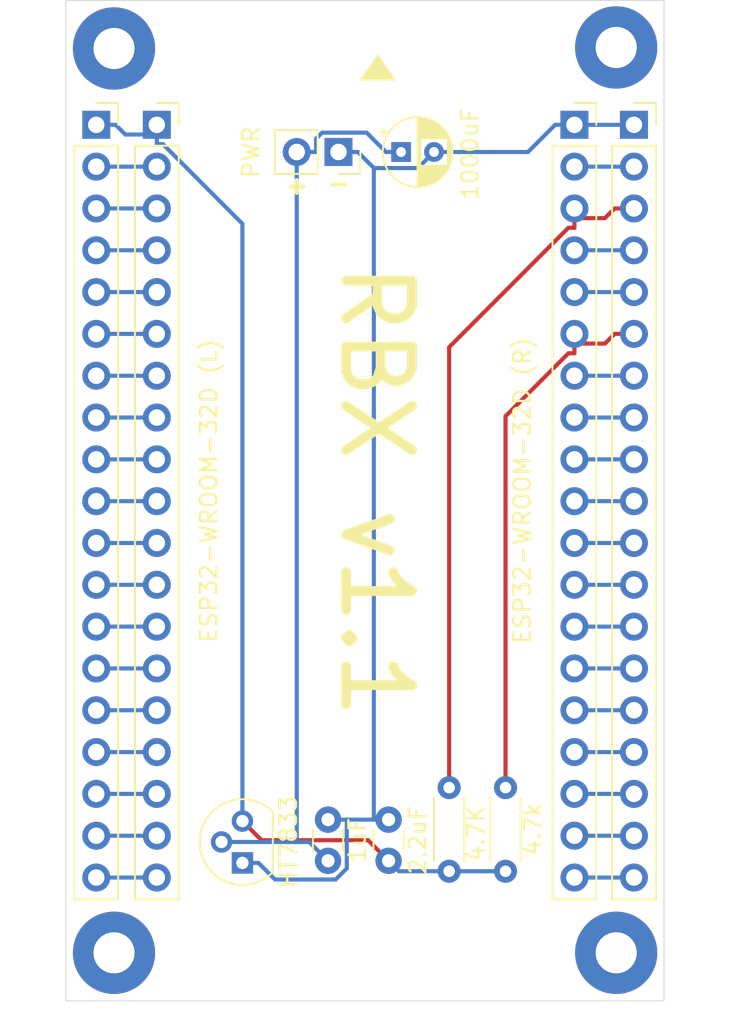
<source format=kicad_pcb>
(kicad_pcb (version 20171130) (host pcbnew "(5.1.6)-1")

  (general
    (thickness 1.6)
    (drawings 8)
    (tracks 93)
    (zones 0)
    (modules 15)
    (nets 40)
  )

  (page A4)
  (layers
    (0 F.Cu signal)
    (31 B.Cu signal)
    (32 B.Adhes user)
    (33 F.Adhes user)
    (34 B.Paste user)
    (35 F.Paste user)
    (36 B.SilkS user)
    (37 F.SilkS user)
    (38 B.Mask user)
    (39 F.Mask user)
    (40 Dwgs.User user)
    (41 Cmts.User user)
    (42 Eco1.User user)
    (43 Eco2.User user)
    (44 Edge.Cuts user)
    (45 Margin user)
    (46 B.CrtYd user)
    (47 F.CrtYd user)
    (48 B.Fab user)
    (49 F.Fab user)
  )

  (setup
    (last_trace_width 0.25)
    (trace_clearance 0.2)
    (zone_clearance 0.508)
    (zone_45_only no)
    (trace_min 0.2)
    (via_size 0.8)
    (via_drill 0.4)
    (via_min_size 0.4)
    (via_min_drill 0.3)
    (uvia_size 0.3)
    (uvia_drill 0.1)
    (uvias_allowed no)
    (uvia_min_size 0.2)
    (uvia_min_drill 0.1)
    (edge_width 0.05)
    (segment_width 0.2)
    (pcb_text_width 0.3)
    (pcb_text_size 1.5 1.5)
    (mod_edge_width 0.12)
    (mod_text_size 1 1)
    (mod_text_width 0.15)
    (pad_size 1.7 1.95)
    (pad_drill 0.95)
    (pad_to_mask_clearance 0.051)
    (solder_mask_min_width 0.25)
    (aux_axis_origin 0 0)
    (visible_elements 7FFBFFFF)
    (pcbplotparams
      (layerselection 0x010f0_ffffffff)
      (usegerberextensions true)
      (usegerberattributes false)
      (usegerberadvancedattributes false)
      (creategerberjobfile false)
      (excludeedgelayer true)
      (linewidth 0.100000)
      (plotframeref false)
      (viasonmask false)
      (mode 1)
      (useauxorigin false)
      (hpglpennumber 1)
      (hpglpenspeed 20)
      (hpglpendiameter 15.000000)
      (psnegative false)
      (psa4output false)
      (plotreference true)
      (plotvalue true)
      (plotinvisibletext false)
      (padsonsilk false)
      (subtractmaskfromsilk false)
      (outputformat 1)
      (mirror false)
      (drillshape 0)
      (scaleselection 1)
      (outputdirectory "gerbers/"))
  )

  (net 0 "")
  (net 1 "Net-(C1-Pad1)")
  (net 2 /GND)
  (net 3 "Net-(C2-Pad1)")
  (net 4 "Net-(J1-Pad19)")
  (net 5 "Net-(J1-Pad18)")
  (net 6 "Net-(J1-Pad17)")
  (net 7 "Net-(J1-Pad16)")
  (net 8 "Net-(J1-Pad15)")
  (net 9 "Net-(J1-Pad14)")
  (net 10 "Net-(J1-Pad13)")
  (net 11 "Net-(J1-Pad12)")
  (net 12 "Net-(J1-Pad11)")
  (net 13 "Net-(J1-Pad10)")
  (net 14 "Net-(J1-Pad9)")
  (net 15 "Net-(J1-Pad8)")
  (net 16 "Net-(J1-Pad7)")
  (net 17 "Net-(J1-Pad6)")
  (net 18 "Net-(J1-Pad5)")
  (net 19 "Net-(J1-Pad4)")
  (net 20 "Net-(J1-Pad3)")
  (net 21 "Net-(J1-Pad2)")
  (net 22 "Net-(J2-Pad19)")
  (net 23 "Net-(J2-Pad18)")
  (net 24 "Net-(J2-Pad17)")
  (net 25 "Net-(J2-Pad16)")
  (net 26 "Net-(J2-Pad15)")
  (net 27 "Net-(J2-Pad14)")
  (net 28 "Net-(J2-Pad13)")
  (net 29 "Net-(J2-Pad12)")
  (net 30 "Net-(J2-Pad11)")
  (net 31 "Net-(J2-Pad10)")
  (net 32 "Net-(J2-Pad9)")
  (net 33 "Net-(J2-Pad8)")
  (net 34 "Net-(J2-Pad7)")
  (net 35 "Net-(J2-Pad6)")
  (net 36 "Net-(J2-Pad5)")
  (net 37 "Net-(J2-Pad4)")
  (net 38 "Net-(J2-Pad3)")
  (net 39 "Net-(J2-Pad2)")

  (net_class Default "This is the default net class."
    (clearance 0.2)
    (trace_width 0.25)
    (via_dia 0.8)
    (via_drill 0.4)
    (uvia_dia 0.3)
    (uvia_drill 0.1)
    (add_net /GND)
    (add_net "Net-(C1-Pad1)")
    (add_net "Net-(C2-Pad1)")
    (add_net "Net-(J1-Pad10)")
    (add_net "Net-(J1-Pad11)")
    (add_net "Net-(J1-Pad12)")
    (add_net "Net-(J1-Pad13)")
    (add_net "Net-(J1-Pad14)")
    (add_net "Net-(J1-Pad15)")
    (add_net "Net-(J1-Pad16)")
    (add_net "Net-(J1-Pad17)")
    (add_net "Net-(J1-Pad18)")
    (add_net "Net-(J1-Pad19)")
    (add_net "Net-(J1-Pad2)")
    (add_net "Net-(J1-Pad3)")
    (add_net "Net-(J1-Pad4)")
    (add_net "Net-(J1-Pad5)")
    (add_net "Net-(J1-Pad6)")
    (add_net "Net-(J1-Pad7)")
    (add_net "Net-(J1-Pad8)")
    (add_net "Net-(J1-Pad9)")
    (add_net "Net-(J2-Pad10)")
    (add_net "Net-(J2-Pad11)")
    (add_net "Net-(J2-Pad12)")
    (add_net "Net-(J2-Pad13)")
    (add_net "Net-(J2-Pad14)")
    (add_net "Net-(J2-Pad15)")
    (add_net "Net-(J2-Pad16)")
    (add_net "Net-(J2-Pad17)")
    (add_net "Net-(J2-Pad18)")
    (add_net "Net-(J2-Pad19)")
    (add_net "Net-(J2-Pad2)")
    (add_net "Net-(J2-Pad3)")
    (add_net "Net-(J2-Pad4)")
    (add_net "Net-(J2-Pad5)")
    (add_net "Net-(J2-Pad6)")
    (add_net "Net-(J2-Pad7)")
    (add_net "Net-(J2-Pad8)")
    (add_net "Net-(J2-Pad9)")
  )

  (module Connector_PinSocket_2.54mm:PinSocket_1x19_P2.54mm_Vertical (layer F.Cu) (tedit 5A19A430) (tstamp 5F38AFFD)
    (at 105.474 80.518)
    (descr "Through hole straight socket strip, 1x19, 2.54mm pitch, single row (from Kicad 4.0.7), script generated")
    (tags "Through hole socket strip THT 1x19 2.54mm single row")
    (path /5F3A4DFD)
    (fp_text reference J5 (at 0 -2.77) (layer F.SilkS) hide
      (effects (font (size 1 1) (thickness 0.15)))
    )
    (fp_text value "(R)" (at 0 48.49) (layer F.Fab)
      (effects (font (size 1 1) (thickness 0.15)))
    )
    (fp_line (start -1.8 47.5) (end -1.8 -1.8) (layer F.CrtYd) (width 0.05))
    (fp_line (start 1.75 47.5) (end -1.8 47.5) (layer F.CrtYd) (width 0.05))
    (fp_line (start 1.75 -1.8) (end 1.75 47.5) (layer F.CrtYd) (width 0.05))
    (fp_line (start -1.8 -1.8) (end 1.75 -1.8) (layer F.CrtYd) (width 0.05))
    (fp_line (start 0 -1.33) (end 1.33 -1.33) (layer F.SilkS) (width 0.12))
    (fp_line (start 1.33 -1.33) (end 1.33 0) (layer F.SilkS) (width 0.12))
    (fp_line (start 1.33 1.27) (end 1.33 47.05) (layer F.SilkS) (width 0.12))
    (fp_line (start -1.33 47.05) (end 1.33 47.05) (layer F.SilkS) (width 0.12))
    (fp_line (start -1.33 1.27) (end -1.33 47.05) (layer F.SilkS) (width 0.12))
    (fp_line (start -1.33 1.27) (end 1.33 1.27) (layer F.SilkS) (width 0.12))
    (fp_line (start -1.27 46.99) (end -1.27 -1.27) (layer F.Fab) (width 0.1))
    (fp_line (start 1.27 46.99) (end -1.27 46.99) (layer F.Fab) (width 0.1))
    (fp_line (start 1.27 -0.635) (end 1.27 46.99) (layer F.Fab) (width 0.1))
    (fp_line (start 0.635 -1.27) (end 1.27 -0.635) (layer F.Fab) (width 0.1))
    (fp_line (start -1.27 -1.27) (end 0.635 -1.27) (layer F.Fab) (width 0.1))
    (fp_text user %R (at 0 22.86 90) (layer F.Fab)
      (effects (font (size 1 1) (thickness 0.15)))
    )
    (pad 19 thru_hole oval (at 0 45.72) (size 1.7 1.7) (drill 1) (layers *.Cu *.Mask)
      (net 22 "Net-(J2-Pad19)"))
    (pad 18 thru_hole oval (at 0 43.18) (size 1.7 1.7) (drill 1) (layers *.Cu *.Mask)
      (net 23 "Net-(J2-Pad18)"))
    (pad 17 thru_hole oval (at 0 40.64) (size 1.7 1.7) (drill 1) (layers *.Cu *.Mask)
      (net 24 "Net-(J2-Pad17)"))
    (pad 16 thru_hole oval (at 0 38.1) (size 1.7 1.7) (drill 1) (layers *.Cu *.Mask)
      (net 25 "Net-(J2-Pad16)"))
    (pad 15 thru_hole oval (at 0 35.56) (size 1.7 1.7) (drill 1) (layers *.Cu *.Mask)
      (net 26 "Net-(J2-Pad15)"))
    (pad 14 thru_hole oval (at 0 33.02) (size 1.7 1.7) (drill 1) (layers *.Cu *.Mask)
      (net 27 "Net-(J2-Pad14)"))
    (pad 13 thru_hole oval (at 0 30.48) (size 1.7 1.7) (drill 1) (layers *.Cu *.Mask)
      (net 28 "Net-(J2-Pad13)"))
    (pad 12 thru_hole oval (at 0 27.94) (size 1.7 1.7) (drill 1) (layers *.Cu *.Mask)
      (net 29 "Net-(J2-Pad12)"))
    (pad 11 thru_hole oval (at 0 25.4) (size 1.7 1.7) (drill 1) (layers *.Cu *.Mask)
      (net 30 "Net-(J2-Pad11)"))
    (pad 10 thru_hole oval (at 0 22.86) (size 1.7 1.7) (drill 1) (layers *.Cu *.Mask)
      (net 31 "Net-(J2-Pad10)"))
    (pad 9 thru_hole oval (at 0 20.32) (size 1.7 1.7) (drill 1) (layers *.Cu *.Mask)
      (net 32 "Net-(J2-Pad9)"))
    (pad 8 thru_hole oval (at 0 17.78) (size 1.7 1.7) (drill 1) (layers *.Cu *.Mask)
      (net 33 "Net-(J2-Pad8)"))
    (pad 7 thru_hole oval (at 0 15.24) (size 1.7 1.7) (drill 1) (layers *.Cu *.Mask)
      (net 34 "Net-(J2-Pad7)"))
    (pad 6 thru_hole oval (at 0 12.7) (size 1.7 1.7) (drill 1) (layers *.Cu *.Mask)
      (net 35 "Net-(J2-Pad6)"))
    (pad 5 thru_hole oval (at 0 10.16) (size 1.7 1.7) (drill 1) (layers *.Cu *.Mask)
      (net 36 "Net-(J2-Pad5)"))
    (pad 4 thru_hole oval (at 0 7.62) (size 1.7 1.7) (drill 1) (layers *.Cu *.Mask)
      (net 37 "Net-(J2-Pad4)"))
    (pad 3 thru_hole oval (at 0 5.08) (size 1.7 1.7) (drill 1) (layers *.Cu *.Mask)
      (net 38 "Net-(J2-Pad3)"))
    (pad 2 thru_hole oval (at 0 2.54) (size 1.7 1.7) (drill 1) (layers *.Cu *.Mask)
      (net 39 "Net-(J2-Pad2)"))
    (pad 1 thru_hole rect (at 0 0) (size 1.7 1.7) (drill 1) (layers *.Cu *.Mask)
      (net 2 /GND))
    (model ${KISYS3DMOD}/Connector_PinSocket_2.54mm.3dshapes/PinSocket_1x19_P2.54mm_Vertical.wrl
      (at (xyz 0 0 0))
      (scale (xyz 1 1 1))
      (rotate (xyz 0 0 0))
    )
  )

  (module Connector_PinSocket_2.54mm:PinSocket_1x19_P2.54mm_Vertical (layer F.Cu) (tedit 5A19A430) (tstamp 5F38AFD6)
    (at 72.771 80.518)
    (descr "Through hole straight socket strip, 1x19, 2.54mm pitch, single row (from Kicad 4.0.7), script generated")
    (tags "Through hole socket strip THT 1x19 2.54mm single row")
    (path /5F38A913)
    (fp_text reference J4 (at 0 -2.77) (layer F.SilkS) hide
      (effects (font (size 1 1) (thickness 0.15)))
    )
    (fp_text value "(L)" (at 0 48.49) (layer F.Fab)
      (effects (font (size 1 1) (thickness 0.15)))
    )
    (fp_line (start -1.8 47.5) (end -1.8 -1.8) (layer F.CrtYd) (width 0.05))
    (fp_line (start 1.75 47.5) (end -1.8 47.5) (layer F.CrtYd) (width 0.05))
    (fp_line (start 1.75 -1.8) (end 1.75 47.5) (layer F.CrtYd) (width 0.05))
    (fp_line (start -1.8 -1.8) (end 1.75 -1.8) (layer F.CrtYd) (width 0.05))
    (fp_line (start 0 -1.33) (end 1.33 -1.33) (layer F.SilkS) (width 0.12))
    (fp_line (start 1.33 -1.33) (end 1.33 0) (layer F.SilkS) (width 0.12))
    (fp_line (start 1.33 1.27) (end 1.33 47.05) (layer F.SilkS) (width 0.12))
    (fp_line (start -1.33 47.05) (end 1.33 47.05) (layer F.SilkS) (width 0.12))
    (fp_line (start -1.33 1.27) (end -1.33 47.05) (layer F.SilkS) (width 0.12))
    (fp_line (start -1.33 1.27) (end 1.33 1.27) (layer F.SilkS) (width 0.12))
    (fp_line (start -1.27 46.99) (end -1.27 -1.27) (layer F.Fab) (width 0.1))
    (fp_line (start 1.27 46.99) (end -1.27 46.99) (layer F.Fab) (width 0.1))
    (fp_line (start 1.27 -0.635) (end 1.27 46.99) (layer F.Fab) (width 0.1))
    (fp_line (start 0.635 -1.27) (end 1.27 -0.635) (layer F.Fab) (width 0.1))
    (fp_line (start -1.27 -1.27) (end 0.635 -1.27) (layer F.Fab) (width 0.1))
    (fp_text user %R (at 0 22.86 90) (layer F.Fab)
      (effects (font (size 1 1) (thickness 0.15)))
    )
    (pad 19 thru_hole oval (at 0 45.72) (size 1.7 1.7) (drill 1) (layers *.Cu *.Mask)
      (net 4 "Net-(J1-Pad19)"))
    (pad 18 thru_hole oval (at 0 43.18) (size 1.7 1.7) (drill 1) (layers *.Cu *.Mask)
      (net 5 "Net-(J1-Pad18)"))
    (pad 17 thru_hole oval (at 0 40.64) (size 1.7 1.7) (drill 1) (layers *.Cu *.Mask)
      (net 6 "Net-(J1-Pad17)"))
    (pad 16 thru_hole oval (at 0 38.1) (size 1.7 1.7) (drill 1) (layers *.Cu *.Mask)
      (net 7 "Net-(J1-Pad16)"))
    (pad 15 thru_hole oval (at 0 35.56) (size 1.7 1.7) (drill 1) (layers *.Cu *.Mask)
      (net 8 "Net-(J1-Pad15)"))
    (pad 14 thru_hole oval (at 0 33.02) (size 1.7 1.7) (drill 1) (layers *.Cu *.Mask)
      (net 9 "Net-(J1-Pad14)"))
    (pad 13 thru_hole oval (at 0 30.48) (size 1.7 1.7) (drill 1) (layers *.Cu *.Mask)
      (net 10 "Net-(J1-Pad13)"))
    (pad 12 thru_hole oval (at 0 27.94) (size 1.7 1.7) (drill 1) (layers *.Cu *.Mask)
      (net 11 "Net-(J1-Pad12)"))
    (pad 11 thru_hole oval (at 0 25.4) (size 1.7 1.7) (drill 1) (layers *.Cu *.Mask)
      (net 12 "Net-(J1-Pad11)"))
    (pad 10 thru_hole oval (at 0 22.86) (size 1.7 1.7) (drill 1) (layers *.Cu *.Mask)
      (net 13 "Net-(J1-Pad10)"))
    (pad 9 thru_hole oval (at 0 20.32) (size 1.7 1.7) (drill 1) (layers *.Cu *.Mask)
      (net 14 "Net-(J1-Pad9)"))
    (pad 8 thru_hole oval (at 0 17.78) (size 1.7 1.7) (drill 1) (layers *.Cu *.Mask)
      (net 15 "Net-(J1-Pad8)"))
    (pad 7 thru_hole oval (at 0 15.24) (size 1.7 1.7) (drill 1) (layers *.Cu *.Mask)
      (net 16 "Net-(J1-Pad7)"))
    (pad 6 thru_hole oval (at 0 12.7) (size 1.7 1.7) (drill 1) (layers *.Cu *.Mask)
      (net 17 "Net-(J1-Pad6)"))
    (pad 5 thru_hole oval (at 0 10.16) (size 1.7 1.7) (drill 1) (layers *.Cu *.Mask)
      (net 18 "Net-(J1-Pad5)"))
    (pad 4 thru_hole oval (at 0 7.62) (size 1.7 1.7) (drill 1) (layers *.Cu *.Mask)
      (net 19 "Net-(J1-Pad4)"))
    (pad 3 thru_hole oval (at 0 5.08) (size 1.7 1.7) (drill 1) (layers *.Cu *.Mask)
      (net 20 "Net-(J1-Pad3)"))
    (pad 2 thru_hole oval (at 0 2.54) (size 1.7 1.7) (drill 1) (layers *.Cu *.Mask)
      (net 21 "Net-(J1-Pad2)"))
    (pad 1 thru_hole rect (at 0 0) (size 1.7 1.7) (drill 1) (layers *.Cu *.Mask)
      (net 3 "Net-(C2-Pad1)"))
    (model ${KISYS3DMOD}/Connector_PinSocket_2.54mm.3dshapes/PinSocket_1x19_P2.54mm_Vertical.wrl
      (at (xyz 0 0 0))
      (scale (xyz 1 1 1))
      (rotate (xyz 0 0 0))
    )
  )

  (module Connector_PinSocket_2.54mm:PinSocket_1x02_P2.54mm_Vertical (layer F.Cu) (tedit 5A19A420) (tstamp 5F3924F1)
    (at 87.503 82.169 270)
    (descr "Through hole straight socket strip, 1x02, 2.54mm pitch, single row (from Kicad 4.0.7), script generated")
    (tags "Through hole socket strip THT 1x02 2.54mm single row")
    (path /5E406BB2)
    (fp_text reference J3 (at 0 -2.77 90) (layer F.SilkS) hide
      (effects (font (size 1 1) (thickness 0.15)))
    )
    (fp_text value PWR (at 0 5.31 90) (layer F.SilkS)
      (effects (font (size 1 1) (thickness 0.15)))
    )
    (fp_line (start -1.27 -1.27) (end 0.635 -1.27) (layer F.Fab) (width 0.1))
    (fp_line (start 0.635 -1.27) (end 1.27 -0.635) (layer F.Fab) (width 0.1))
    (fp_line (start 1.27 -0.635) (end 1.27 3.81) (layer F.Fab) (width 0.1))
    (fp_line (start 1.27 3.81) (end -1.27 3.81) (layer F.Fab) (width 0.1))
    (fp_line (start -1.27 3.81) (end -1.27 -1.27) (layer F.Fab) (width 0.1))
    (fp_line (start -1.33 1.27) (end 1.33 1.27) (layer F.SilkS) (width 0.12))
    (fp_line (start -1.33 1.27) (end -1.33 3.87) (layer F.SilkS) (width 0.12))
    (fp_line (start -1.33 3.87) (end 1.33 3.87) (layer F.SilkS) (width 0.12))
    (fp_line (start 1.33 1.27) (end 1.33 3.87) (layer F.SilkS) (width 0.12))
    (fp_line (start 1.33 -1.33) (end 1.33 0) (layer F.SilkS) (width 0.12))
    (fp_line (start 0 -1.33) (end 1.33 -1.33) (layer F.SilkS) (width 0.12))
    (fp_line (start -1.8 -1.8) (end 1.75 -1.8) (layer F.CrtYd) (width 0.05))
    (fp_line (start 1.75 -1.8) (end 1.75 4.3) (layer F.CrtYd) (width 0.05))
    (fp_line (start 1.75 4.3) (end -1.8 4.3) (layer F.CrtYd) (width 0.05))
    (fp_line (start -1.8 4.3) (end -1.8 -1.8) (layer F.CrtYd) (width 0.05))
    (fp_text user %R (at 0 1.27) (layer F.Fab)
      (effects (font (size 1 1) (thickness 0.15)))
    )
    (pad 2 thru_hole oval (at 0 2.54 270) (size 1.7 1.7) (drill 1) (layers *.Cu *.Mask)
      (net 1 "Net-(C1-Pad1)"))
    (pad 1 thru_hole rect (at 0 0 270) (size 1.7 1.7) (drill 1) (layers *.Cu *.Mask)
      (net 2 /GND))
    (model ${KISYS3DMOD}/Connector_PinSocket_2.54mm.3dshapes/PinSocket_1x02_P2.54mm_Vertical.wrl
      (at (xyz 0 0 0))
      (scale (xyz 1 1 1))
      (rotate (xyz 0 0 0))
    )
  )

  (module Resistor_THT:R_Axial_DIN0204_L3.6mm_D1.6mm_P5.08mm_Horizontal (layer F.Cu) (tedit 5AE5139B) (tstamp 5F390539)
    (at 97.663 125.857 90)
    (descr "Resistor, Axial_DIN0204 series, Axial, Horizontal, pin pitch=5.08mm, 0.167W, length*diameter=3.6*1.6mm^2, http://cdn-reichelt.de/documents/datenblatt/B400/1_4W%23YAG.pdf")
    (tags "Resistor Axial_DIN0204 series Axial Horizontal pin pitch 5.08mm 0.167W length 3.6mm diameter 1.6mm")
    (path /5F398E5A)
    (fp_text reference R2 (at 2.54 -1.92 90) (layer F.SilkS) hide
      (effects (font (size 1 1) (thickness 0.15)))
    )
    (fp_text value 4.7k (at 2.54 1.651 -90) (layer F.SilkS)
      (effects (font (size 1 1) (thickness 0.15)))
    )
    (fp_line (start 0.74 -0.8) (end 0.74 0.8) (layer F.Fab) (width 0.1))
    (fp_line (start 0.74 0.8) (end 4.34 0.8) (layer F.Fab) (width 0.1))
    (fp_line (start 4.34 0.8) (end 4.34 -0.8) (layer F.Fab) (width 0.1))
    (fp_line (start 4.34 -0.8) (end 0.74 -0.8) (layer F.Fab) (width 0.1))
    (fp_line (start 0 0) (end 0.74 0) (layer F.Fab) (width 0.1))
    (fp_line (start 5.08 0) (end 4.34 0) (layer F.Fab) (width 0.1))
    (fp_line (start 0.62 -0.92) (end 4.46 -0.92) (layer F.SilkS) (width 0.12))
    (fp_line (start 0.62 0.92) (end 4.46 0.92) (layer F.SilkS) (width 0.12))
    (fp_line (start -0.95 -1.05) (end -0.95 1.05) (layer F.CrtYd) (width 0.05))
    (fp_line (start -0.95 1.05) (end 6.03 1.05) (layer F.CrtYd) (width 0.05))
    (fp_line (start 6.03 1.05) (end 6.03 -1.05) (layer F.CrtYd) (width 0.05))
    (fp_line (start 6.03 -1.05) (end -0.95 -1.05) (layer F.CrtYd) (width 0.05))
    (fp_text user %R (at 2.54 0 90) (layer F.Fab)
      (effects (font (size 0.72 0.72) (thickness 0.108)))
    )
    (pad 2 thru_hole oval (at 5.08 0 90) (size 1.4 1.4) (drill 0.7) (layers *.Cu *.Mask)
      (net 35 "Net-(J2-Pad6)"))
    (pad 1 thru_hole circle (at 0 0 90) (size 1.4 1.4) (drill 0.7) (layers *.Cu *.Mask)
      (net 3 "Net-(C2-Pad1)"))
    (model ${KISYS3DMOD}/Resistor_THT.3dshapes/R_Axial_DIN0204_L3.6mm_D1.6mm_P5.08mm_Horizontal.wrl
      (at (xyz 0 0 0))
      (scale (xyz 1 1 1))
      (rotate (xyz 0 0 0))
    )
  )

  (module Resistor_THT:R_Axial_DIN0204_L3.6mm_D1.6mm_P5.08mm_Horizontal (layer F.Cu) (tedit 5AE5139B) (tstamp 5F390526)
    (at 94.234 125.857 90)
    (descr "Resistor, Axial_DIN0204 series, Axial, Horizontal, pin pitch=5.08mm, 0.167W, length*diameter=3.6*1.6mm^2, http://cdn-reichelt.de/documents/datenblatt/B400/1_4W%23YAG.pdf")
    (tags "Resistor Axial_DIN0204 series Axial Horizontal pin pitch 5.08mm 0.167W length 3.6mm diameter 1.6mm")
    (path /5F398C05)
    (fp_text reference R1 (at 2.54 -1.92 90) (layer F.SilkS) hide
      (effects (font (size 1 1) (thickness 0.15)))
    )
    (fp_text value 4.7K (at 2.286 1.651 -90) (layer F.SilkS)
      (effects (font (size 1 1) (thickness 0.15)))
    )
    (fp_line (start 0.74 -0.8) (end 0.74 0.8) (layer F.Fab) (width 0.1))
    (fp_line (start 0.74 0.8) (end 4.34 0.8) (layer F.Fab) (width 0.1))
    (fp_line (start 4.34 0.8) (end 4.34 -0.8) (layer F.Fab) (width 0.1))
    (fp_line (start 4.34 -0.8) (end 0.74 -0.8) (layer F.Fab) (width 0.1))
    (fp_line (start 0 0) (end 0.74 0) (layer F.Fab) (width 0.1))
    (fp_line (start 5.08 0) (end 4.34 0) (layer F.Fab) (width 0.1))
    (fp_line (start 0.62 -0.92) (end 4.46 -0.92) (layer F.SilkS) (width 0.12))
    (fp_line (start 0.62 0.92) (end 4.46 0.92) (layer F.SilkS) (width 0.12))
    (fp_line (start -0.95 -1.05) (end -0.95 1.05) (layer F.CrtYd) (width 0.05))
    (fp_line (start -0.95 1.05) (end 6.03 1.05) (layer F.CrtYd) (width 0.05))
    (fp_line (start 6.03 1.05) (end 6.03 -1.05) (layer F.CrtYd) (width 0.05))
    (fp_line (start 6.03 -1.05) (end -0.95 -1.05) (layer F.CrtYd) (width 0.05))
    (fp_text user %R (at 2.54 0 90) (layer F.Fab)
      (effects (font (size 0.72 0.72) (thickness 0.108)))
    )
    (pad 2 thru_hole oval (at 5.08 0 90) (size 1.4 1.4) (drill 0.7) (layers *.Cu *.Mask)
      (net 38 "Net-(J2-Pad3)"))
    (pad 1 thru_hole circle (at 0 0 90) (size 1.4 1.4) (drill 0.7) (layers *.Cu *.Mask)
      (net 3 "Net-(C2-Pad1)"))
    (model ${KISYS3DMOD}/Resistor_THT.3dshapes/R_Axial_DIN0204_L3.6mm_D1.6mm_P5.08mm_Horizontal.wrl
      (at (xyz 0 0 0))
      (scale (xyz 1 1 1))
      (rotate (xyz 0 0 0))
    )
  )

  (module MountingHole:MountingHole_2.5mm_Pad (layer F.Cu) (tedit 56D1B4CB) (tstamp 5F12DE03)
    (at 104.394 130.81)
    (descr "Mounting Hole 2.5mm")
    (tags "mounting hole 2.5mm")
    (path /5F175346)
    (attr virtual)
    (fp_text reference H4 (at 0 -3.5) (layer F.SilkS) hide
      (effects (font (size 1 1) (thickness 0.15)))
    )
    (fp_text value MountingHole_Pad (at 0 3.5) (layer F.Fab)
      (effects (font (size 1 1) (thickness 0.15)))
    )
    (fp_circle (center 0 0) (end 2.5 0) (layer Cmts.User) (width 0.15))
    (fp_circle (center 0 0) (end 2.75 0) (layer F.CrtYd) (width 0.05))
    (fp_text user %R (at 0.3 0) (layer F.Fab)
      (effects (font (size 1 1) (thickness 0.15)))
    )
    (pad 1 thru_hole circle (at 0 0) (size 5 5) (drill 2.5) (layers *.Cu *.Mask))
  )

  (module MountingHole:MountingHole_2.5mm_Pad (layer F.Cu) (tedit 56D1B4CB) (tstamp 5F12DDFB)
    (at 73.8505 130.81)
    (descr "Mounting Hole 2.5mm")
    (tags "mounting hole 2.5mm")
    (path /5F174D6B)
    (attr virtual)
    (fp_text reference H3 (at 0 -3.5) (layer F.SilkS) hide
      (effects (font (size 1 1) (thickness 0.15)))
    )
    (fp_text value MountingHole_Pad (at 0 3.5) (layer F.Fab)
      (effects (font (size 1 1) (thickness 0.15)))
    )
    (fp_circle (center 0 0) (end 2.75 0) (layer F.CrtYd) (width 0.05))
    (fp_circle (center 0 0) (end 2.5 0) (layer Cmts.User) (width 0.15))
    (fp_text user %R (at 0.3 0) (layer F.Fab)
      (effects (font (size 1 1) (thickness 0.15)))
    )
    (pad 1 thru_hole circle (at 0 0) (size 5 5) (drill 2.5) (layers *.Cu *.Mask))
  )

  (module MountingHole:MountingHole_2.5mm_Pad (layer F.Cu) (tedit 56D1B4CB) (tstamp 5F12A4BD)
    (at 104.394 75.819)
    (descr "Mounting Hole 2.5mm")
    (tags "mounting hole 2.5mm")
    (path /5F15A4C5)
    (attr virtual)
    (fp_text reference H2 (at 0 -3.5) (layer F.SilkS) hide
      (effects (font (size 1 1) (thickness 0.15)))
    )
    (fp_text value MountingHole_Pad (at 0 3.5) (layer F.Fab)
      (effects (font (size 1 1) (thickness 0.15)))
    )
    (fp_circle (center 0 0) (end 2.5 0) (layer Cmts.User) (width 0.15))
    (fp_circle (center 0 0) (end 2.75 0) (layer F.CrtYd) (width 0.05))
    (fp_text user %R (at 0.3 0) (layer F.Fab)
      (effects (font (size 1 1) (thickness 0.15)))
    )
    (pad 1 thru_hole circle (at 0 0) (size 5 5) (drill 2.5) (layers *.Cu *.Mask))
  )

  (module MountingHole:MountingHole_2.5mm_Pad (layer F.Cu) (tedit 56D1B4CB) (tstamp 5F12A4B5)
    (at 73.8505 75.8825)
    (descr "Mounting Hole 2.5mm")
    (tags "mounting hole 2.5mm")
    (path /5F15A6A7)
    (attr virtual)
    (fp_text reference H1 (at 0 -3.5) (layer F.SilkS) hide
      (effects (font (size 1 1) (thickness 0.15)))
    )
    (fp_text value MountingHole_Pad (at 0 3.429) (layer F.Fab)
      (effects (font (size 1 1) (thickness 0.15)))
    )
    (fp_circle (center 0 0) (end 2.5 0) (layer Cmts.User) (width 0.15))
    (fp_circle (center 0 0) (end 2.75 0) (layer F.CrtYd) (width 0.05))
    (fp_text user %R (at 0.3 0) (layer F.Fab)
      (effects (font (size 1 1) (thickness 0.15)))
    )
    (pad 1 thru_hole circle (at 0 0) (size 5 5) (drill 2.5) (layers *.Cu *.Mask))
  )

  (module Capacitor_THT:CP_Radial_D4.0mm_P2.00mm (layer F.Cu) (tedit 5AE50EF0) (tstamp 5F12371F)
    (at 91.313 82.169)
    (descr "CP, Radial series, Radial, pin pitch=2.00mm, , diameter=4mm, Electrolytic Capacitor")
    (tags "CP Radial series Radial pin pitch 2.00mm  diameter 4mm Electrolytic Capacitor")
    (path /5F128BCA)
    (fp_text reference C3 (at 1 -3.25) (layer F.SilkS) hide
      (effects (font (size 1 1) (thickness 0.15)))
    )
    (fp_text value 1000uF (at 4.191 0.127 -90) (layer F.SilkS)
      (effects (font (size 1 1) (thickness 0.15)))
    )
    (fp_circle (center 1 0) (end 3 0) (layer F.Fab) (width 0.1))
    (fp_circle (center 1 0) (end 3.12 0) (layer F.SilkS) (width 0.12))
    (fp_circle (center 1 0) (end 3.25 0) (layer F.CrtYd) (width 0.05))
    (fp_line (start -0.702554 -0.8675) (end -0.302554 -0.8675) (layer F.Fab) (width 0.1))
    (fp_line (start -0.502554 -1.0675) (end -0.502554 -0.6675) (layer F.Fab) (width 0.1))
    (fp_line (start 1 -2.08) (end 1 2.08) (layer F.SilkS) (width 0.12))
    (fp_line (start 1.04 -2.08) (end 1.04 2.08) (layer F.SilkS) (width 0.12))
    (fp_line (start 1.08 -2.079) (end 1.08 2.079) (layer F.SilkS) (width 0.12))
    (fp_line (start 1.12 -2.077) (end 1.12 2.077) (layer F.SilkS) (width 0.12))
    (fp_line (start 1.16 -2.074) (end 1.16 2.074) (layer F.SilkS) (width 0.12))
    (fp_line (start 1.2 -2.071) (end 1.2 -0.84) (layer F.SilkS) (width 0.12))
    (fp_line (start 1.2 0.84) (end 1.2 2.071) (layer F.SilkS) (width 0.12))
    (fp_line (start 1.24 -2.067) (end 1.24 -0.84) (layer F.SilkS) (width 0.12))
    (fp_line (start 1.24 0.84) (end 1.24 2.067) (layer F.SilkS) (width 0.12))
    (fp_line (start 1.28 -2.062) (end 1.28 -0.84) (layer F.SilkS) (width 0.12))
    (fp_line (start 1.28 0.84) (end 1.28 2.062) (layer F.SilkS) (width 0.12))
    (fp_line (start 1.32 -2.056) (end 1.32 -0.84) (layer F.SilkS) (width 0.12))
    (fp_line (start 1.32 0.84) (end 1.32 2.056) (layer F.SilkS) (width 0.12))
    (fp_line (start 1.36 -2.05) (end 1.36 -0.84) (layer F.SilkS) (width 0.12))
    (fp_line (start 1.36 0.84) (end 1.36 2.05) (layer F.SilkS) (width 0.12))
    (fp_line (start 1.4 -2.042) (end 1.4 -0.84) (layer F.SilkS) (width 0.12))
    (fp_line (start 1.4 0.84) (end 1.4 2.042) (layer F.SilkS) (width 0.12))
    (fp_line (start 1.44 -2.034) (end 1.44 -0.84) (layer F.SilkS) (width 0.12))
    (fp_line (start 1.44 0.84) (end 1.44 2.034) (layer F.SilkS) (width 0.12))
    (fp_line (start 1.48 -2.025) (end 1.48 -0.84) (layer F.SilkS) (width 0.12))
    (fp_line (start 1.48 0.84) (end 1.48 2.025) (layer F.SilkS) (width 0.12))
    (fp_line (start 1.52 -2.016) (end 1.52 -0.84) (layer F.SilkS) (width 0.12))
    (fp_line (start 1.52 0.84) (end 1.52 2.016) (layer F.SilkS) (width 0.12))
    (fp_line (start 1.56 -2.005) (end 1.56 -0.84) (layer F.SilkS) (width 0.12))
    (fp_line (start 1.56 0.84) (end 1.56 2.005) (layer F.SilkS) (width 0.12))
    (fp_line (start 1.6 -1.994) (end 1.6 -0.84) (layer F.SilkS) (width 0.12))
    (fp_line (start 1.6 0.84) (end 1.6 1.994) (layer F.SilkS) (width 0.12))
    (fp_line (start 1.64 -1.982) (end 1.64 -0.84) (layer F.SilkS) (width 0.12))
    (fp_line (start 1.64 0.84) (end 1.64 1.982) (layer F.SilkS) (width 0.12))
    (fp_line (start 1.68 -1.968) (end 1.68 -0.84) (layer F.SilkS) (width 0.12))
    (fp_line (start 1.68 0.84) (end 1.68 1.968) (layer F.SilkS) (width 0.12))
    (fp_line (start 1.721 -1.954) (end 1.721 -0.84) (layer F.SilkS) (width 0.12))
    (fp_line (start 1.721 0.84) (end 1.721 1.954) (layer F.SilkS) (width 0.12))
    (fp_line (start 1.761 -1.94) (end 1.761 -0.84) (layer F.SilkS) (width 0.12))
    (fp_line (start 1.761 0.84) (end 1.761 1.94) (layer F.SilkS) (width 0.12))
    (fp_line (start 1.801 -1.924) (end 1.801 -0.84) (layer F.SilkS) (width 0.12))
    (fp_line (start 1.801 0.84) (end 1.801 1.924) (layer F.SilkS) (width 0.12))
    (fp_line (start 1.841 -1.907) (end 1.841 -0.84) (layer F.SilkS) (width 0.12))
    (fp_line (start 1.841 0.84) (end 1.841 1.907) (layer F.SilkS) (width 0.12))
    (fp_line (start 1.881 -1.889) (end 1.881 -0.84) (layer F.SilkS) (width 0.12))
    (fp_line (start 1.881 0.84) (end 1.881 1.889) (layer F.SilkS) (width 0.12))
    (fp_line (start 1.921 -1.87) (end 1.921 -0.84) (layer F.SilkS) (width 0.12))
    (fp_line (start 1.921 0.84) (end 1.921 1.87) (layer F.SilkS) (width 0.12))
    (fp_line (start 1.961 -1.851) (end 1.961 -0.84) (layer F.SilkS) (width 0.12))
    (fp_line (start 1.961 0.84) (end 1.961 1.851) (layer F.SilkS) (width 0.12))
    (fp_line (start 2.001 -1.83) (end 2.001 -0.84) (layer F.SilkS) (width 0.12))
    (fp_line (start 2.001 0.84) (end 2.001 1.83) (layer F.SilkS) (width 0.12))
    (fp_line (start 2.041 -1.808) (end 2.041 -0.84) (layer F.SilkS) (width 0.12))
    (fp_line (start 2.041 0.84) (end 2.041 1.808) (layer F.SilkS) (width 0.12))
    (fp_line (start 2.081 -1.785) (end 2.081 -0.84) (layer F.SilkS) (width 0.12))
    (fp_line (start 2.081 0.84) (end 2.081 1.785) (layer F.SilkS) (width 0.12))
    (fp_line (start 2.121 -1.76) (end 2.121 -0.84) (layer F.SilkS) (width 0.12))
    (fp_line (start 2.121 0.84) (end 2.121 1.76) (layer F.SilkS) (width 0.12))
    (fp_line (start 2.161 -1.735) (end 2.161 -0.84) (layer F.SilkS) (width 0.12))
    (fp_line (start 2.161 0.84) (end 2.161 1.735) (layer F.SilkS) (width 0.12))
    (fp_line (start 2.201 -1.708) (end 2.201 -0.84) (layer F.SilkS) (width 0.12))
    (fp_line (start 2.201 0.84) (end 2.201 1.708) (layer F.SilkS) (width 0.12))
    (fp_line (start 2.241 -1.68) (end 2.241 -0.84) (layer F.SilkS) (width 0.12))
    (fp_line (start 2.241 0.84) (end 2.241 1.68) (layer F.SilkS) (width 0.12))
    (fp_line (start 2.281 -1.65) (end 2.281 -0.84) (layer F.SilkS) (width 0.12))
    (fp_line (start 2.281 0.84) (end 2.281 1.65) (layer F.SilkS) (width 0.12))
    (fp_line (start 2.321 -1.619) (end 2.321 -0.84) (layer F.SilkS) (width 0.12))
    (fp_line (start 2.321 0.84) (end 2.321 1.619) (layer F.SilkS) (width 0.12))
    (fp_line (start 2.361 -1.587) (end 2.361 -0.84) (layer F.SilkS) (width 0.12))
    (fp_line (start 2.361 0.84) (end 2.361 1.587) (layer F.SilkS) (width 0.12))
    (fp_line (start 2.401 -1.552) (end 2.401 -0.84) (layer F.SilkS) (width 0.12))
    (fp_line (start 2.401 0.84) (end 2.401 1.552) (layer F.SilkS) (width 0.12))
    (fp_line (start 2.441 -1.516) (end 2.441 -0.84) (layer F.SilkS) (width 0.12))
    (fp_line (start 2.441 0.84) (end 2.441 1.516) (layer F.SilkS) (width 0.12))
    (fp_line (start 2.481 -1.478) (end 2.481 -0.84) (layer F.SilkS) (width 0.12))
    (fp_line (start 2.481 0.84) (end 2.481 1.478) (layer F.SilkS) (width 0.12))
    (fp_line (start 2.521 -1.438) (end 2.521 -0.84) (layer F.SilkS) (width 0.12))
    (fp_line (start 2.521 0.84) (end 2.521 1.438) (layer F.SilkS) (width 0.12))
    (fp_line (start 2.561 -1.396) (end 2.561 -0.84) (layer F.SilkS) (width 0.12))
    (fp_line (start 2.561 0.84) (end 2.561 1.396) (layer F.SilkS) (width 0.12))
    (fp_line (start 2.601 -1.351) (end 2.601 -0.84) (layer F.SilkS) (width 0.12))
    (fp_line (start 2.601 0.84) (end 2.601 1.351) (layer F.SilkS) (width 0.12))
    (fp_line (start 2.641 -1.304) (end 2.641 -0.84) (layer F.SilkS) (width 0.12))
    (fp_line (start 2.641 0.84) (end 2.641 1.304) (layer F.SilkS) (width 0.12))
    (fp_line (start 2.681 -1.254) (end 2.681 -0.84) (layer F.SilkS) (width 0.12))
    (fp_line (start 2.681 0.84) (end 2.681 1.254) (layer F.SilkS) (width 0.12))
    (fp_line (start 2.721 -1.2) (end 2.721 -0.84) (layer F.SilkS) (width 0.12))
    (fp_line (start 2.721 0.84) (end 2.721 1.2) (layer F.SilkS) (width 0.12))
    (fp_line (start 2.761 -1.142) (end 2.761 -0.84) (layer F.SilkS) (width 0.12))
    (fp_line (start 2.761 0.84) (end 2.761 1.142) (layer F.SilkS) (width 0.12))
    (fp_line (start 2.801 -1.08) (end 2.801 -0.84) (layer F.SilkS) (width 0.12))
    (fp_line (start 2.801 0.84) (end 2.801 1.08) (layer F.SilkS) (width 0.12))
    (fp_line (start 2.841 -1.013) (end 2.841 1.013) (layer F.SilkS) (width 0.12))
    (fp_line (start 2.881 -0.94) (end 2.881 0.94) (layer F.SilkS) (width 0.12))
    (fp_line (start 2.921 -0.859) (end 2.921 0.859) (layer F.SilkS) (width 0.12))
    (fp_line (start 2.961 -0.768) (end 2.961 0.768) (layer F.SilkS) (width 0.12))
    (fp_line (start 3.001 -0.664) (end 3.001 0.664) (layer F.SilkS) (width 0.12))
    (fp_line (start 3.041 -0.537) (end 3.041 0.537) (layer F.SilkS) (width 0.12))
    (fp_line (start 3.081 -0.37) (end 3.081 0.37) (layer F.SilkS) (width 0.12))
    (fp_line (start -1.269801 -1.195) (end -0.869801 -1.195) (layer F.SilkS) (width 0.12))
    (fp_line (start -1.069801 -1.395) (end -1.069801 -0.995) (layer F.SilkS) (width 0.12))
    (pad 2 thru_hole circle (at 2 0) (size 1.2 1.2) (drill 0.6) (layers *.Cu *.Mask)
      (net 2 /GND))
    (pad 1 thru_hole rect (at 0 0) (size 1.2 1.2) (drill 0.6) (layers *.Cu *.Mask)
      (net 1 "Net-(C1-Pad1)"))
    (model ${KISYS3DMOD}/Capacitor_THT.3dshapes/CP_Radial_D4.0mm_P2.00mm.wrl
      (at (xyz 0 0 0))
      (scale (xyz 1 1 1))
      (rotate (xyz 0 0 0))
    )
  )

  (module Package_TO_SOT_THT:TO-92 (layer F.Cu) (tedit 5A279852) (tstamp 5E2A574D)
    (at 81.661 125.349 90)
    (descr "TO-92 leads molded, narrow, drill 0.75mm (see NXP sot054_po.pdf)")
    (tags "to-92 sc-43 sc-43a sot54 PA33 transistor")
    (path /5E66254B)
    (fp_text reference L1 (at 1.27 -3.56 90) (layer F.SilkS) hide
      (effects (font (size 1 1) (thickness 0.15)))
    )
    (fp_text value HT7833 (at 1.27 2.794 -90) (layer F.SilkS)
      (effects (font (size 1 1) (thickness 0.15)))
    )
    (fp_line (start -0.53 1.85) (end 3.07 1.85) (layer F.SilkS) (width 0.12))
    (fp_line (start -0.5 1.75) (end 3 1.75) (layer F.Fab) (width 0.1))
    (fp_line (start -1.46 -2.73) (end 4 -2.73) (layer F.CrtYd) (width 0.05))
    (fp_line (start -1.46 -2.73) (end -1.46 2.01) (layer F.CrtYd) (width 0.05))
    (fp_line (start 4 2.01) (end 4 -2.73) (layer F.CrtYd) (width 0.05))
    (fp_line (start 4 2.01) (end -1.46 2.01) (layer F.CrtYd) (width 0.05))
    (fp_arc (start 1.27 0) (end 1.27 -2.6) (angle 135) (layer F.SilkS) (width 0.12))
    (fp_arc (start 1.27 0) (end 1.27 -2.48) (angle -135) (layer F.Fab) (width 0.1))
    (fp_arc (start 1.27 0) (end 1.27 -2.6) (angle -135) (layer F.SilkS) (width 0.12))
    (fp_arc (start 1.27 0) (end 1.27 -2.48) (angle 135) (layer F.Fab) (width 0.1))
    (fp_text user %R (at 1.27 -3.56 90) (layer F.Fab)
      (effects (font (size 1 1) (thickness 0.15)))
    )
    (pad 1 thru_hole rect (at 0 0 180) (size 1.3 1.3) (drill 0.75) (layers *.Cu *.Mask)
      (net 2 /GND))
    (pad 3 thru_hole circle (at 2.54 0 180) (size 1.3 1.3) (drill 0.75) (layers *.Cu *.Mask)
      (net 3 "Net-(C2-Pad1)"))
    (pad 2 thru_hole circle (at 1.27 -1.27 180) (size 1.3 1.3) (drill 0.75) (layers *.Cu *.Mask)
      (net 1 "Net-(C1-Pad1)"))
    (model ${KISYS3DMOD}/Package_TO_SOT_THT.3dshapes/TO-92.wrl
      (at (xyz 0 0 0))
      (scale (xyz 1 1 1))
      (rotate (xyz 0 0 0))
    )
  )

  (module Connector_PinSocket_2.54mm:PinSocket_1x19_P2.54mm_Vertical (layer F.Cu) (tedit 5A19A430) (tstamp 5E29AF84)
    (at 101.854 80.518)
    (descr "Through hole straight socket strip, 1x19, 2.54mm pitch, single row (from Kicad 4.0.7), script generated")
    (tags "Through hole socket strip THT 1x19 2.54mm single row")
    (path /5E275440)
    (fp_text reference J2 (at 0 -2.77) (layer F.SilkS) hide
      (effects (font (size 1 1) (thickness 0.15)))
    )
    (fp_text value "ESP32-WROOM-32D (R)" (at -3.175 22.225 -90) (layer F.SilkS)
      (effects (font (size 1 1) (thickness 0.15)))
    )
    (fp_line (start -1.27 -1.27) (end 0.635 -1.27) (layer F.Fab) (width 0.1))
    (fp_line (start 0.635 -1.27) (end 1.27 -0.635) (layer F.Fab) (width 0.1))
    (fp_line (start 1.27 -0.635) (end 1.27 46.99) (layer F.Fab) (width 0.1))
    (fp_line (start 1.27 46.99) (end -1.27 46.99) (layer F.Fab) (width 0.1))
    (fp_line (start -1.27 46.99) (end -1.27 -1.27) (layer F.Fab) (width 0.1))
    (fp_line (start -1.33 1.27) (end 1.33 1.27) (layer F.SilkS) (width 0.12))
    (fp_line (start -1.33 1.27) (end -1.33 47.05) (layer F.SilkS) (width 0.12))
    (fp_line (start -1.33 47.05) (end 1.33 47.05) (layer F.SilkS) (width 0.12))
    (fp_line (start 1.33 1.27) (end 1.33 47.05) (layer F.SilkS) (width 0.12))
    (fp_line (start 1.33 -1.33) (end 1.33 0) (layer F.SilkS) (width 0.12))
    (fp_line (start 0 -1.33) (end 1.33 -1.33) (layer F.SilkS) (width 0.12))
    (fp_line (start -1.8 -1.8) (end 1.75 -1.8) (layer F.CrtYd) (width 0.05))
    (fp_line (start 1.75 -1.8) (end 1.75 47.5) (layer F.CrtYd) (width 0.05))
    (fp_line (start 1.75 47.5) (end -1.8 47.5) (layer F.CrtYd) (width 0.05))
    (fp_line (start -1.8 47.5) (end -1.8 -1.8) (layer F.CrtYd) (width 0.05))
    (fp_text user %R (at 0 22.86 90) (layer F.Fab)
      (effects (font (size 1 1) (thickness 0.15)))
    )
    (pad 19 thru_hole oval (at 0 45.72) (size 1.7 1.7) (drill 1) (layers *.Cu *.Mask)
      (net 22 "Net-(J2-Pad19)"))
    (pad 18 thru_hole oval (at 0 43.18) (size 1.7 1.7) (drill 1) (layers *.Cu *.Mask)
      (net 23 "Net-(J2-Pad18)"))
    (pad 17 thru_hole oval (at 0 40.64) (size 1.7 1.7) (drill 1) (layers *.Cu *.Mask)
      (net 24 "Net-(J2-Pad17)"))
    (pad 16 thru_hole oval (at 0 38.1) (size 1.7 1.7) (drill 1) (layers *.Cu *.Mask)
      (net 25 "Net-(J2-Pad16)"))
    (pad 15 thru_hole oval (at 0 35.56) (size 1.7 1.7) (drill 1) (layers *.Cu *.Mask)
      (net 26 "Net-(J2-Pad15)"))
    (pad 14 thru_hole oval (at 0 33.02) (size 1.7 1.7) (drill 1) (layers *.Cu *.Mask)
      (net 27 "Net-(J2-Pad14)"))
    (pad 13 thru_hole oval (at 0 30.48) (size 1.7 1.7) (drill 1) (layers *.Cu *.Mask)
      (net 28 "Net-(J2-Pad13)"))
    (pad 12 thru_hole oval (at 0 27.94) (size 1.7 1.7) (drill 1) (layers *.Cu *.Mask)
      (net 29 "Net-(J2-Pad12)"))
    (pad 11 thru_hole oval (at 0 25.4) (size 1.7 1.7) (drill 1) (layers *.Cu *.Mask)
      (net 30 "Net-(J2-Pad11)"))
    (pad 10 thru_hole oval (at 0 22.86) (size 1.7 1.7) (drill 1) (layers *.Cu *.Mask)
      (net 31 "Net-(J2-Pad10)"))
    (pad 9 thru_hole oval (at 0 20.32) (size 1.7 1.7) (drill 1) (layers *.Cu *.Mask)
      (net 32 "Net-(J2-Pad9)"))
    (pad 8 thru_hole oval (at 0 17.78) (size 1.7 1.7) (drill 1) (layers *.Cu *.Mask)
      (net 33 "Net-(J2-Pad8)"))
    (pad 7 thru_hole oval (at 0 15.24) (size 1.7 1.7) (drill 1) (layers *.Cu *.Mask)
      (net 34 "Net-(J2-Pad7)"))
    (pad 6 thru_hole oval (at 0 12.7) (size 1.7 1.7) (drill 1) (layers *.Cu *.Mask)
      (net 35 "Net-(J2-Pad6)"))
    (pad 5 thru_hole oval (at 0 10.16) (size 1.7 1.7) (drill 1) (layers *.Cu *.Mask)
      (net 36 "Net-(J2-Pad5)"))
    (pad 4 thru_hole oval (at 0 7.62) (size 1.7 1.7) (drill 1) (layers *.Cu *.Mask)
      (net 37 "Net-(J2-Pad4)"))
    (pad 3 thru_hole oval (at 0 5.08) (size 1.7 1.7) (drill 1) (layers *.Cu *.Mask)
      (net 38 "Net-(J2-Pad3)"))
    (pad 2 thru_hole oval (at 0 2.54) (size 1.7 1.7) (drill 1) (layers *.Cu *.Mask)
      (net 39 "Net-(J2-Pad2)"))
    (pad 1 thru_hole rect (at 0 0) (size 1.7 1.7) (drill 1) (layers *.Cu *.Mask)
      (net 2 /GND))
    (model ${KISYS3DMOD}/Connector_PinSocket_2.54mm.3dshapes/PinSocket_1x19_P2.54mm_Vertical.wrl
      (at (xyz 0 0 0))
      (scale (xyz 1 1 1))
      (rotate (xyz 0 0 0))
    )
  )

  (module Connector_PinSocket_2.54mm:PinSocket_1x19_P2.54mm_Vertical (layer F.Cu) (tedit 5A19A430) (tstamp 5E29AA36)
    (at 76.454 80.518)
    (descr "Through hole straight socket strip, 1x19, 2.54mm pitch, single row (from Kicad 4.0.7), script generated")
    (tags "Through hole socket strip THT 1x19 2.54mm single row")
    (path /5E272FE1)
    (fp_text reference J1 (at 0 -2.77) (layer F.SilkS) hide
      (effects (font (size 1 1) (thickness 0.15)))
    )
    (fp_text value "ESP32-WROOM-32D (L)" (at 3.175 22.225 -90) (layer F.SilkS)
      (effects (font (size 1 1) (thickness 0.15)))
    )
    (fp_line (start -1.27 -1.27) (end 0.635 -1.27) (layer F.Fab) (width 0.1))
    (fp_line (start 0.635 -1.27) (end 1.27 -0.635) (layer F.Fab) (width 0.1))
    (fp_line (start 1.27 -0.635) (end 1.27 46.99) (layer F.Fab) (width 0.1))
    (fp_line (start 1.27 46.99) (end -1.27 46.99) (layer F.Fab) (width 0.1))
    (fp_line (start -1.27 46.99) (end -1.27 -1.27) (layer F.Fab) (width 0.1))
    (fp_line (start -1.33 1.27) (end 1.33 1.27) (layer F.SilkS) (width 0.12))
    (fp_line (start -1.33 1.27) (end -1.33 47.05) (layer F.SilkS) (width 0.12))
    (fp_line (start -1.33 47.05) (end 1.33 47.05) (layer F.SilkS) (width 0.12))
    (fp_line (start 1.33 1.27) (end 1.33 47.05) (layer F.SilkS) (width 0.12))
    (fp_line (start 1.33 -1.33) (end 1.33 0) (layer F.SilkS) (width 0.12))
    (fp_line (start 0 -1.33) (end 1.33 -1.33) (layer F.SilkS) (width 0.12))
    (fp_line (start -1.8 -1.8) (end 1.75 -1.8) (layer F.CrtYd) (width 0.05))
    (fp_line (start 1.75 -1.8) (end 1.75 47.5) (layer F.CrtYd) (width 0.05))
    (fp_line (start 1.75 47.5) (end -1.8 47.5) (layer F.CrtYd) (width 0.05))
    (fp_line (start -1.8 47.5) (end -1.8 -1.8) (layer F.CrtYd) (width 0.05))
    (fp_text user %R (at 0 22.86 90) (layer F.Fab)
      (effects (font (size 1 1) (thickness 0.15)))
    )
    (pad 19 thru_hole oval (at 0 45.72) (size 1.7 1.7) (drill 1) (layers *.Cu *.Mask)
      (net 4 "Net-(J1-Pad19)"))
    (pad 18 thru_hole oval (at 0 43.18) (size 1.7 1.7) (drill 1) (layers *.Cu *.Mask)
      (net 5 "Net-(J1-Pad18)"))
    (pad 17 thru_hole oval (at 0 40.64) (size 1.7 1.7) (drill 1) (layers *.Cu *.Mask)
      (net 6 "Net-(J1-Pad17)"))
    (pad 16 thru_hole oval (at 0 38.1) (size 1.7 1.7) (drill 1) (layers *.Cu *.Mask)
      (net 7 "Net-(J1-Pad16)"))
    (pad 15 thru_hole oval (at 0 35.56) (size 1.7 1.7) (drill 1) (layers *.Cu *.Mask)
      (net 8 "Net-(J1-Pad15)"))
    (pad 14 thru_hole oval (at 0 33.02) (size 1.7 1.7) (drill 1) (layers *.Cu *.Mask)
      (net 9 "Net-(J1-Pad14)"))
    (pad 13 thru_hole oval (at 0 30.48) (size 1.7 1.7) (drill 1) (layers *.Cu *.Mask)
      (net 10 "Net-(J1-Pad13)"))
    (pad 12 thru_hole oval (at 0 27.94) (size 1.7 1.7) (drill 1) (layers *.Cu *.Mask)
      (net 11 "Net-(J1-Pad12)"))
    (pad 11 thru_hole oval (at 0 25.4) (size 1.7 1.7) (drill 1) (layers *.Cu *.Mask)
      (net 12 "Net-(J1-Pad11)"))
    (pad 10 thru_hole oval (at 0 22.86) (size 1.7 1.7) (drill 1) (layers *.Cu *.Mask)
      (net 13 "Net-(J1-Pad10)"))
    (pad 9 thru_hole oval (at 0 20.32) (size 1.7 1.7) (drill 1) (layers *.Cu *.Mask)
      (net 14 "Net-(J1-Pad9)"))
    (pad 8 thru_hole oval (at 0 17.78) (size 1.7 1.7) (drill 1) (layers *.Cu *.Mask)
      (net 15 "Net-(J1-Pad8)"))
    (pad 7 thru_hole oval (at 0 15.24) (size 1.7 1.7) (drill 1) (layers *.Cu *.Mask)
      (net 16 "Net-(J1-Pad7)"))
    (pad 6 thru_hole oval (at 0 12.7) (size 1.7 1.7) (drill 1) (layers *.Cu *.Mask)
      (net 17 "Net-(J1-Pad6)"))
    (pad 5 thru_hole oval (at 0 10.16) (size 1.7 1.7) (drill 1) (layers *.Cu *.Mask)
      (net 18 "Net-(J1-Pad5)"))
    (pad 4 thru_hole oval (at 0 7.62) (size 1.7 1.7) (drill 1) (layers *.Cu *.Mask)
      (net 19 "Net-(J1-Pad4)"))
    (pad 3 thru_hole oval (at 0 5.08) (size 1.7 1.7) (drill 1) (layers *.Cu *.Mask)
      (net 20 "Net-(J1-Pad3)"))
    (pad 2 thru_hole oval (at 0 2.54) (size 1.7 1.7) (drill 1) (layers *.Cu *.Mask)
      (net 21 "Net-(J1-Pad2)"))
    (pad 1 thru_hole rect (at 0 0) (size 1.7 1.7) (drill 1) (layers *.Cu *.Mask)
      (net 3 "Net-(C2-Pad1)"))
    (model ${KISYS3DMOD}/Connector_PinSocket_2.54mm.3dshapes/PinSocket_1x19_P2.54mm_Vertical.wrl
      (at (xyz 0 0 0))
      (scale (xyz 1 1 1))
      (rotate (xyz 0 0 0))
    )
  )

  (module Capacitor_THT:C_Disc_D3.0mm_W1.6mm_P2.50mm (layer F.Cu) (tedit 5AE50EF0) (tstamp 5E29AA0F)
    (at 90.551 125.222 90)
    (descr "C, Disc series, Radial, pin pitch=2.50mm, , diameter*width=3.0*1.6mm^2, Capacitor, http://www.vishay.com/docs/45233/krseries.pdf")
    (tags "C Disc series Radial pin pitch 2.50mm  diameter 3.0mm width 1.6mm Capacitor")
    (path /5E284DCA)
    (fp_text reference C2 (at 1.25 -2.05 90) (layer F.SilkS) hide
      (effects (font (size 1 1) (thickness 0.15)))
    )
    (fp_text value 2.2uF (at 1.25 1.778 -90) (layer F.SilkS)
      (effects (font (size 1 1) (thickness 0.15)))
    )
    (fp_line (start -0.25 -0.8) (end -0.25 0.8) (layer F.Fab) (width 0.1))
    (fp_line (start -0.25 0.8) (end 2.75 0.8) (layer F.Fab) (width 0.1))
    (fp_line (start 2.75 0.8) (end 2.75 -0.8) (layer F.Fab) (width 0.1))
    (fp_line (start 2.75 -0.8) (end -0.25 -0.8) (layer F.Fab) (width 0.1))
    (fp_line (start 0.621 -0.92) (end 1.879 -0.92) (layer F.SilkS) (width 0.12))
    (fp_line (start 0.621 0.92) (end 1.879 0.92) (layer F.SilkS) (width 0.12))
    (fp_line (start -1.05 -1.05) (end -1.05 1.05) (layer F.CrtYd) (width 0.05))
    (fp_line (start -1.05 1.05) (end 3.55 1.05) (layer F.CrtYd) (width 0.05))
    (fp_line (start 3.55 1.05) (end 3.55 -1.05) (layer F.CrtYd) (width 0.05))
    (fp_line (start 3.55 -1.05) (end -1.05 -1.05) (layer F.CrtYd) (width 0.05))
    (fp_text user %R (at 1.25 0 90) (layer F.Fab)
      (effects (font (size 0.6 0.6) (thickness 0.09)))
    )
    (pad 2 thru_hole circle (at 2.5 0 90) (size 1.6 1.6) (drill 0.8) (layers *.Cu *.Mask)
      (net 2 /GND))
    (pad 1 thru_hole circle (at 0 0 90) (size 1.6 1.6) (drill 0.8) (layers *.Cu *.Mask)
      (net 3 "Net-(C2-Pad1)"))
    (model ${KISYS3DMOD}/Capacitor_THT.3dshapes/C_Disc_D3.0mm_W1.6mm_P2.50mm.wrl
      (at (xyz 0 0 0))
      (scale (xyz 1 1 1))
      (rotate (xyz 0 0 0))
    )
  )

  (module Capacitor_THT:C_Disc_D3.0mm_W1.6mm_P2.50mm (layer F.Cu) (tedit 5AE50EF0) (tstamp 5E29A9FE)
    (at 86.868 125.222 90)
    (descr "C, Disc series, Radial, pin pitch=2.50mm, , diameter*width=3.0*1.6mm^2, Capacitor, http://www.vishay.com/docs/45233/krseries.pdf")
    (tags "C Disc series Radial pin pitch 2.50mm  diameter 3.0mm width 1.6mm Capacitor")
    (path /5E283532)
    (fp_text reference C1 (at 1.25 -2.05 90) (layer F.SilkS) hide
      (effects (font (size 1 1) (thickness 0.15)))
    )
    (fp_text value 1uF (at 1.25 1.778 -90) (layer F.SilkS)
      (effects (font (size 1 1) (thickness 0.15)))
    )
    (fp_line (start -0.25 -0.8) (end -0.25 0.8) (layer F.Fab) (width 0.1))
    (fp_line (start -0.25 0.8) (end 2.75 0.8) (layer F.Fab) (width 0.1))
    (fp_line (start 2.75 0.8) (end 2.75 -0.8) (layer F.Fab) (width 0.1))
    (fp_line (start 2.75 -0.8) (end -0.25 -0.8) (layer F.Fab) (width 0.1))
    (fp_line (start 0.621 -0.92) (end 1.879 -0.92) (layer F.SilkS) (width 0.12))
    (fp_line (start 0.621 0.92) (end 1.879 0.92) (layer F.SilkS) (width 0.12))
    (fp_line (start -1.05 -1.05) (end -1.05 1.05) (layer F.CrtYd) (width 0.05))
    (fp_line (start -1.05 1.05) (end 3.55 1.05) (layer F.CrtYd) (width 0.05))
    (fp_line (start 3.55 1.05) (end 3.55 -1.05) (layer F.CrtYd) (width 0.05))
    (fp_line (start 3.55 -1.05) (end -1.05 -1.05) (layer F.CrtYd) (width 0.05))
    (fp_text user %R (at 1.25 0 90) (layer F.Fab)
      (effects (font (size 0.6 0.6) (thickness 0.09)))
    )
    (pad 2 thru_hole circle (at 2.5 0 90) (size 1.6 1.6) (drill 0.8) (layers *.Cu *.Mask)
      (net 2 /GND))
    (pad 1 thru_hole circle (at 0 0 90) (size 1.6 1.6) (drill 0.8) (layers *.Cu *.Mask)
      (net 1 "Net-(C1-Pad1)"))
    (model ${KISYS3DMOD}/Capacitor_THT.3dshapes/C_Disc_D3.0mm_W1.6mm_P2.50mm.wrl
      (at (xyz 0 0 0))
      (scale (xyz 1 1 1))
      (rotate (xyz 0 0 0))
    )
  )

  (gr_poly (pts (xy 90.932 77.7748) (xy 88.8492 77.7748) (xy 89.916 76.3016)) (layer F.SilkS) (width 0.1))
  (gr_line (start 107.3 72.9615) (end 107.3 133.731) (layer Edge.Cuts) (width 0.05))
  (gr_line (start 70.9295 133.731) (end 107.3 133.731) (layer Edge.Cuts) (width 0.05))
  (gr_line (start 70.9295 72.9615) (end 107.3 72.9615) (layer Edge.Cuts) (width 0.05))
  (gr_line (start 70.9295 72.9615) (end 70.9295 133.731) (layer Edge.Cuts) (width 0.05))
  (gr_text - (at 87.503 84.074) (layer F.SilkS)
    (effects (font (size 1 1) (thickness 0.25)))
  )
  (gr_text + (at 84.963 84.201) (layer F.SilkS)
    (effects (font (size 1 1) (thickness 0.25)))
  )
  (gr_text "RBX v1.1" (at 89.789 102.743 -90) (layer F.SilkS)
    (effects (font (size 4 4) (thickness 0.6)))
  )

  (segment (start 84.963 82.169) (end 86.1383 82.169) (width 0.25) (layer B.Cu) (net 1))
  (segment (start 91.313 82.169) (end 90.3877 82.169) (width 0.25) (layer B.Cu) (net 1))
  (segment (start 90.3877 82.169) (end 89.2124 80.9937) (width 0.25) (layer B.Cu) (net 1))
  (segment (start 89.2124 80.9937) (end 86.5055 80.9937) (width 0.25) (layer B.Cu) (net 1))
  (segment (start 86.5055 80.9937) (end 86.1383 81.3609) (width 0.25) (layer B.Cu) (net 1))
  (segment (start 86.1383 81.3609) (end 86.1383 82.169) (width 0.25) (layer B.Cu) (net 1))
  (segment (start 84.963 124.079) (end 80.391 124.079) (width 0.25) (layer B.Cu) (net 1))
  (segment (start 86.868 125.222) (end 85.725 124.079) (width 0.25) (layer B.Cu) (net 1))
  (segment (start 85.725 124.079) (end 84.963 124.079) (width 0.25) (layer B.Cu) (net 1))
  (segment (start 84.963 124.079) (end 84.963 83.3443) (width 0.25) (layer B.Cu) (net 1))
  (segment (start 84.963 82.169) (end 84.963 83.3443) (width 0.25) (layer B.Cu) (net 1))
  (segment (start 89.6536 122.722) (end 90.551 122.722) (width 0.25) (layer B.Cu) (net 2))
  (segment (start 88.0076 122.722) (end 89.6536 122.722) (width 0.25) (layer B.Cu) (net 2))
  (segment (start 89.6536 122.722) (end 89.6536 83.1443) (width 0.25) (layer B.Cu) (net 2))
  (segment (start 89.6536 83.1443) (end 92.3377 83.1443) (width 0.25) (layer B.Cu) (net 2))
  (segment (start 92.3377 83.1443) (end 93.313 82.169) (width 0.25) (layer B.Cu) (net 2))
  (segment (start 88.6783 82.169) (end 89.6536 83.1443) (width 0.25) (layer B.Cu) (net 2))
  (segment (start 87.503 82.169) (end 88.6783 82.169) (width 0.25) (layer B.Cu) (net 2))
  (segment (start 86.868 122.722) (end 88.0076 122.722) (width 0.25) (layer B.Cu) (net 2))
  (segment (start 88.0076 122.722) (end 88.0076 125.6848) (width 0.25) (layer B.Cu) (net 2))
  (segment (start 88.0076 125.6848) (end 87.3346 126.3578) (width 0.25) (layer B.Cu) (net 2))
  (segment (start 87.3346 126.3578) (end 83.6451 126.3578) (width 0.25) (layer B.Cu) (net 2))
  (segment (start 83.6451 126.3578) (end 82.6363 125.349) (width 0.25) (layer B.Cu) (net 2))
  (segment (start 81.661 125.349) (end 82.6363 125.349) (width 0.25) (layer B.Cu) (net 2))
  (segment (start 93.313 82.169) (end 99.0277 82.169) (width 0.25) (layer B.Cu) (net 2))
  (segment (start 99.0277 82.169) (end 100.6787 80.518) (width 0.25) (layer B.Cu) (net 2))
  (segment (start 101.854 80.518) (end 100.6787 80.518) (width 0.25) (layer B.Cu) (net 2))
  (segment (start 101.854 80.518) (end 105.474 80.518) (width 0.25) (layer B.Cu) (net 2))
  (segment (start 72.771 80.518) (end 73.9463 80.518) (width 0.25) (layer B.Cu) (net 3))
  (segment (start 76.454 81.1056) (end 74.5339 81.1056) (width 0.25) (layer B.Cu) (net 3))
  (segment (start 74.5339 81.1056) (end 73.9463 80.518) (width 0.25) (layer B.Cu) (net 3))
  (segment (start 76.454 81.1056) (end 76.454 81.6933) (width 0.25) (layer B.Cu) (net 3))
  (segment (start 76.454 80.518) (end 76.454 81.1056) (width 0.25) (layer B.Cu) (net 3))
  (segment (start 90.551 125.222) (end 91.186 125.857) (width 0.25) (layer B.Cu) (net 3))
  (segment (start 91.186 125.857) (end 94.234 125.857) (width 0.25) (layer B.Cu) (net 3))
  (segment (start 76.454 81.6933) (end 76.8213 81.6933) (width 0.25) (layer B.Cu) (net 3))
  (segment (start 76.8213 81.6933) (end 81.661 86.533) (width 0.25) (layer B.Cu) (net 3))
  (segment (start 81.661 86.533) (end 81.661 122.809) (width 0.25) (layer B.Cu) (net 3))
  (segment (start 90.551 125.222) (end 89.3011 123.9721) (width 0.25) (layer F.Cu) (net 3))
  (segment (start 89.3011 123.9721) (end 82.824 123.9721) (width 0.25) (layer F.Cu) (net 3))
  (segment (start 82.824 123.9721) (end 82.824 123.972) (width 0.25) (layer F.Cu) (net 3))
  (segment (start 82.824 123.972) (end 81.661 122.809) (width 0.25) (layer F.Cu) (net 3))
  (segment (start 94.234 125.857) (end 97.663 125.857) (width 0.25) (layer B.Cu) (net 3))
  (segment (start 76.454 126.238) (end 72.771 126.238) (width 0.25) (layer B.Cu) (net 4))
  (segment (start 76.454 123.698) (end 72.771 123.698) (width 0.25) (layer B.Cu) (net 5))
  (segment (start 76.454 121.158) (end 72.771 121.158) (width 0.25) (layer B.Cu) (net 6))
  (segment (start 76.454 118.618) (end 72.771 118.618) (width 0.25) (layer B.Cu) (net 7))
  (segment (start 76.454 116.078) (end 72.771 116.078) (width 0.25) (layer B.Cu) (net 8))
  (segment (start 76.454 113.538) (end 72.771 113.538) (width 0.25) (layer B.Cu) (net 9))
  (segment (start 76.454 110.998) (end 72.771 110.998) (width 0.25) (layer B.Cu) (net 10))
  (segment (start 76.454 108.458) (end 72.771 108.458) (width 0.25) (layer B.Cu) (net 11))
  (segment (start 76.454 105.918) (end 72.771 105.918) (width 0.25) (layer B.Cu) (net 12))
  (segment (start 76.454 103.378) (end 72.771 103.378) (width 0.25) (layer B.Cu) (net 13))
  (segment (start 76.454 100.838) (end 72.771 100.838) (width 0.25) (layer B.Cu) (net 14))
  (segment (start 76.454 98.298) (end 72.771 98.298) (width 0.25) (layer B.Cu) (net 15))
  (segment (start 76.454 95.758) (end 72.771 95.758) (width 0.25) (layer B.Cu) (net 16))
  (segment (start 76.454 93.218) (end 72.771 93.218) (width 0.25) (layer B.Cu) (net 17))
  (segment (start 76.454 90.678) (end 72.771 90.678) (width 0.25) (layer B.Cu) (net 18))
  (segment (start 76.454 88.138) (end 72.771 88.138) (width 0.25) (layer B.Cu) (net 19))
  (segment (start 76.454 85.598) (end 72.771 85.598) (width 0.25) (layer B.Cu) (net 20))
  (segment (start 76.454 83.058) (end 72.771 83.058) (width 0.25) (layer B.Cu) (net 21))
  (segment (start 101.854 126.238) (end 105.474 126.238) (width 0.25) (layer B.Cu) (net 22))
  (segment (start 101.854 123.698) (end 105.474 123.698) (width 0.25) (layer B.Cu) (net 23))
  (segment (start 101.854 121.158) (end 105.474 121.158) (width 0.25) (layer B.Cu) (net 24))
  (segment (start 101.854 118.618) (end 105.474 118.618) (width 0.25) (layer B.Cu) (net 25))
  (segment (start 101.854 116.078) (end 105.474 116.078) (width 0.25) (layer B.Cu) (net 26))
  (segment (start 101.854 113.538) (end 105.474 113.538) (width 0.25) (layer B.Cu) (net 27))
  (segment (start 101.854 110.998) (end 105.474 110.998) (width 0.25) (layer B.Cu) (net 28))
  (segment (start 101.854 108.458) (end 105.474 108.458) (width 0.25) (layer B.Cu) (net 29))
  (segment (start 101.854 105.918) (end 105.474 105.918) (width 0.25) (layer B.Cu) (net 30))
  (segment (start 101.854 103.378) (end 105.474 103.378) (width 0.25) (layer B.Cu) (net 31))
  (segment (start 101.854 100.838) (end 105.474 100.838) (width 0.25) (layer B.Cu) (net 32))
  (segment (start 101.854 98.298) (end 105.474 98.298) (width 0.25) (layer B.Cu) (net 33))
  (segment (start 101.854 95.758) (end 105.474 95.758) (width 0.25) (layer B.Cu) (net 34))
  (segment (start 105.474 93.218) (end 104.2987 93.218) (width 0.25) (layer F.Cu) (net 35))
  (segment (start 101.854 93.8056) (end 103.7111 93.8056) (width 0.25) (layer F.Cu) (net 35))
  (segment (start 103.7111 93.8056) (end 104.2987 93.218) (width 0.25) (layer F.Cu) (net 35))
  (segment (start 101.854 93.8056) (end 101.854 94.3933) (width 0.25) (layer F.Cu) (net 35))
  (segment (start 101.854 93.218) (end 101.854 93.8056) (width 0.25) (layer F.Cu) (net 35))
  (segment (start 97.663 120.777) (end 97.663 98.217) (width 0.25) (layer F.Cu) (net 35))
  (segment (start 97.663 98.217) (end 101.4867 94.3933) (width 0.25) (layer F.Cu) (net 35))
  (segment (start 101.4867 94.3933) (end 101.854 94.3933) (width 0.25) (layer F.Cu) (net 35))
  (segment (start 101.854 90.678) (end 105.474 90.678) (width 0.25) (layer B.Cu) (net 36))
  (segment (start 101.854 88.138) (end 105.474 88.138) (width 0.25) (layer B.Cu) (net 37))
  (segment (start 105.474 85.598) (end 104.2987 85.598) (width 0.25) (layer F.Cu) (net 38))
  (segment (start 101.854 86.1856) (end 103.7111 86.1856) (width 0.25) (layer F.Cu) (net 38))
  (segment (start 103.7111 86.1856) (end 104.2987 85.598) (width 0.25) (layer F.Cu) (net 38))
  (segment (start 101.854 86.1856) (end 101.854 86.7733) (width 0.25) (layer F.Cu) (net 38))
  (segment (start 101.854 85.598) (end 101.854 86.1856) (width 0.25) (layer F.Cu) (net 38))
  (segment (start 94.234 120.777) (end 94.234 94.026) (width 0.25) (layer F.Cu) (net 38))
  (segment (start 94.234 94.026) (end 101.4867 86.7733) (width 0.25) (layer F.Cu) (net 38))
  (segment (start 101.4867 86.7733) (end 101.854 86.7733) (width 0.25) (layer F.Cu) (net 38))
  (segment (start 101.854 83.058) (end 105.474 83.058) (width 0.25) (layer B.Cu) (net 39))

)

</source>
